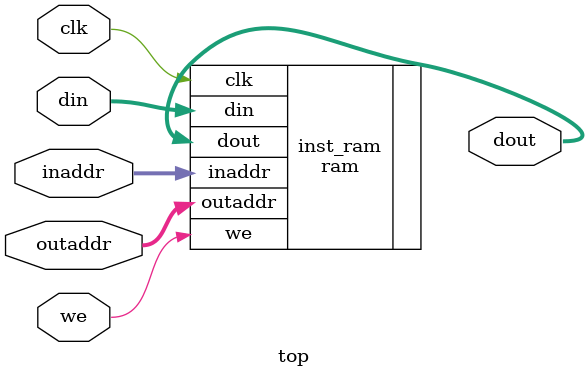
<source format=v>
module top (
    input clk, // 时钟信号
    input we,  // 写使能信号
    input [7:0] din, //写入的数据
    input [3:0] inaddr, //写数据需要的地址
    input [3:0] outaddr,//读数据需要的地址
    output [7:0] dout //读出的数据
);
    
    /*实列化*/
    ram #(8, 4) inst_ram(
      .clk(clk),
      .we(we),
      .din(din),
      .inaddr(inaddr),
      .outaddr(outaddr),
      .dout(dout)
    );

endmodule


</source>
